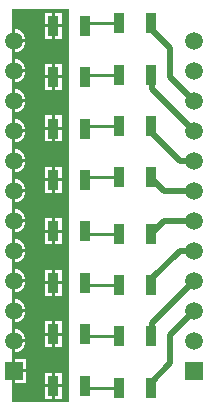
<source format=gtl>
%FSLAX23Y23*%
%MOIN*%
G70*
G01*
G75*
G04 Layer_Physical_Order=1*
G04 Layer_Color=255*
%ADD10R,0.037X0.067*%
%ADD11C,0.010*%
%ADD12C,0.020*%
%ADD13C,0.059*%
%ADD14R,0.059X0.059*%
G36*
X1665Y1505D02*
X1475D01*
Y1565D01*
Y1610D01*
Y1650D01*
Y1666D01*
Y1667D01*
Y1710D01*
Y1753D01*
Y1766D01*
Y1767D01*
Y1810D01*
Y1853D01*
Y1866D01*
Y1867D01*
Y1910D01*
Y1953D01*
Y1966D01*
Y1967D01*
Y2010D01*
Y2053D01*
Y2066D01*
Y2067D01*
Y2110D01*
Y2153D01*
Y2166D01*
Y2167D01*
Y2210D01*
Y2253D01*
Y2266D01*
Y2267D01*
Y2310D01*
Y2353D01*
Y2366D01*
Y2367D01*
Y2410D01*
Y2453D01*
Y2466D01*
Y2467D01*
Y2510D01*
Y2553D01*
Y2566D01*
Y2567D01*
Y2610D01*
Y2653D01*
Y2666D01*
Y2667D01*
Y2710D01*
Y2753D01*
Y2815D01*
X1665D01*
Y1505D01*
D02*
G37*
%LPC*%
G36*
X1607Y1946D02*
X1583D01*
Y1908D01*
X1607D01*
Y1946D01*
D02*
G37*
G36*
X1641D02*
X1617D01*
Y1908D01*
X1641D01*
Y1946D01*
D02*
G37*
G36*
X1485Y1949D02*
Y1915D01*
X1519D01*
X1519Y1920D01*
X1515Y1930D01*
X1508Y1938D01*
X1500Y1945D01*
X1490Y1949D01*
X1485Y1949D01*
D02*
G37*
G36*
X1607Y1898D02*
X1583D01*
Y1859D01*
X1607D01*
Y1898D01*
D02*
G37*
G36*
X1641D02*
X1617D01*
Y1859D01*
X1641D01*
Y1898D01*
D02*
G37*
G36*
X1519Y1905D02*
X1485D01*
Y1871D01*
X1490Y1871D01*
X1500Y1875D01*
X1508Y1882D01*
X1515Y1890D01*
X1519Y1900D01*
X1519Y1905D01*
D02*
G37*
G36*
Y2005D02*
X1485D01*
Y1971D01*
X1490Y1971D01*
X1500Y1975D01*
X1508Y1982D01*
X1515Y1990D01*
X1519Y2000D01*
X1519Y2005D01*
D02*
G37*
G36*
Y2105D02*
X1485D01*
Y2071D01*
X1490Y2071D01*
X1500Y2075D01*
X1508Y2082D01*
X1515Y2090D01*
X1519Y2100D01*
X1519Y2105D01*
D02*
G37*
G36*
X1607Y2118D02*
X1583D01*
Y2079D01*
X1607D01*
Y2118D01*
D02*
G37*
G36*
X1641D02*
X1617D01*
Y2079D01*
X1641D01*
Y2118D01*
D02*
G37*
G36*
X1485Y2049D02*
Y2015D01*
X1519D01*
X1519Y2020D01*
X1515Y2030D01*
X1508Y2038D01*
X1500Y2045D01*
X1490Y2049D01*
X1485Y2049D01*
D02*
G37*
G36*
X1607Y2069D02*
X1583D01*
Y2031D01*
X1607D01*
Y2069D01*
D02*
G37*
G36*
X1641D02*
X1617D01*
Y2031D01*
X1641D01*
Y2069D01*
D02*
G37*
G36*
X1485Y1849D02*
Y1815D01*
X1519D01*
X1519Y1820D01*
X1515Y1830D01*
X1508Y1838D01*
X1500Y1845D01*
X1490Y1849D01*
X1485Y1849D01*
D02*
G37*
G36*
X1641Y1603D02*
X1617D01*
Y1565D01*
X1641D01*
Y1603D01*
D02*
G37*
G36*
X1520Y1605D02*
X1485D01*
Y1570D01*
X1520D01*
Y1605D01*
D02*
G37*
G36*
Y1650D02*
X1485D01*
Y1615D01*
X1520D01*
Y1650D01*
D02*
G37*
G36*
X1607Y1555D02*
X1583D01*
Y1517D01*
X1607D01*
Y1555D01*
D02*
G37*
G36*
X1641D02*
X1617D01*
Y1517D01*
X1641D01*
Y1555D01*
D02*
G37*
G36*
X1607Y1603D02*
X1583D01*
Y1565D01*
X1607D01*
Y1603D01*
D02*
G37*
G36*
X1519Y1705D02*
X1485D01*
Y1671D01*
X1490Y1671D01*
X1500Y1675D01*
X1508Y1682D01*
X1515Y1690D01*
X1519Y1700D01*
X1519Y1705D01*
D02*
G37*
G36*
X1607Y1775D02*
X1583D01*
Y1736D01*
X1607D01*
Y1775D01*
D02*
G37*
G36*
X1641D02*
X1617D01*
Y1736D01*
X1641D01*
Y1775D01*
D02*
G37*
G36*
X1519Y1805D02*
X1485D01*
Y1771D01*
X1490Y1771D01*
X1500Y1775D01*
X1508Y1782D01*
X1515Y1790D01*
X1519Y1800D01*
X1519Y1805D01*
D02*
G37*
G36*
X1607Y1726D02*
X1583D01*
Y1688D01*
X1607D01*
Y1726D01*
D02*
G37*
G36*
X1641D02*
X1617D01*
Y1688D01*
X1641D01*
Y1726D01*
D02*
G37*
G36*
X1485Y1749D02*
Y1715D01*
X1519D01*
X1519Y1720D01*
X1515Y1730D01*
X1508Y1738D01*
X1500Y1745D01*
X1490Y1749D01*
X1485Y1749D01*
D02*
G37*
G36*
Y2149D02*
Y2115D01*
X1519D01*
X1519Y2120D01*
X1515Y2130D01*
X1508Y2138D01*
X1500Y2145D01*
X1490Y2149D01*
X1485Y2149D01*
D02*
G37*
G36*
X1519Y2605D02*
X1485D01*
Y2571D01*
X1490Y2571D01*
X1500Y2575D01*
X1508Y2582D01*
X1515Y2590D01*
X1519Y2600D01*
X1519Y2605D01*
D02*
G37*
G36*
X1607Y2632D02*
X1583D01*
Y2594D01*
X1607D01*
Y2632D01*
D02*
G37*
G36*
X1641D02*
X1617D01*
Y2594D01*
X1641D01*
Y2632D01*
D02*
G37*
G36*
Y2584D02*
X1617D01*
Y2545D01*
X1641D01*
Y2584D01*
D02*
G37*
G36*
X1519Y2505D02*
X1485D01*
Y2471D01*
X1490Y2471D01*
X1500Y2475D01*
X1508Y2482D01*
X1515Y2490D01*
X1519Y2500D01*
X1519Y2505D01*
D02*
G37*
G36*
X1485Y2549D02*
Y2515D01*
X1519D01*
X1519Y2520D01*
X1515Y2530D01*
X1508Y2538D01*
X1500Y2545D01*
X1490Y2549D01*
X1485Y2549D01*
D02*
G37*
G36*
X1607Y2584D02*
X1583D01*
Y2545D01*
X1607D01*
Y2584D01*
D02*
G37*
G36*
X1641Y2755D02*
X1617D01*
Y2717D01*
X1641D01*
Y2755D01*
D02*
G37*
G36*
X1607Y2803D02*
X1583D01*
Y2765D01*
X1607D01*
Y2803D01*
D02*
G37*
G36*
X1641D02*
X1617D01*
Y2765D01*
X1641D01*
Y2803D01*
D02*
G37*
G36*
X1607Y2755D02*
X1583D01*
Y2717D01*
X1607D01*
Y2755D01*
D02*
G37*
G36*
X1485Y2649D02*
Y2615D01*
X1519D01*
X1519Y2620D01*
X1515Y2630D01*
X1508Y2638D01*
X1500Y2645D01*
X1490Y2649D01*
X1485Y2649D01*
D02*
G37*
G36*
X1519Y2705D02*
X1485D01*
Y2671D01*
X1490Y2671D01*
X1500Y2675D01*
X1508Y2682D01*
X1515Y2690D01*
X1519Y2700D01*
X1519Y2705D01*
D02*
G37*
G36*
X1485Y2749D02*
Y2715D01*
X1519D01*
X1519Y2720D01*
X1515Y2730D01*
X1508Y2738D01*
X1500Y2745D01*
X1490Y2749D01*
X1485Y2749D01*
D02*
G37*
G36*
X1607Y2289D02*
X1583D01*
Y2251D01*
X1607D01*
Y2289D01*
D02*
G37*
G36*
X1641D02*
X1617D01*
Y2251D01*
X1641D01*
Y2289D01*
D02*
G37*
G36*
X1519Y2305D02*
X1485D01*
Y2271D01*
X1490Y2271D01*
X1500Y2275D01*
X1508Y2282D01*
X1515Y2290D01*
X1519Y2300D01*
X1519Y2305D01*
D02*
G37*
G36*
X1485Y2249D02*
Y2215D01*
X1519D01*
X1519Y2220D01*
X1515Y2230D01*
X1508Y2238D01*
X1500Y2245D01*
X1490Y2249D01*
X1485Y2249D01*
D02*
G37*
G36*
X1519Y2205D02*
X1485D01*
Y2171D01*
X1490Y2171D01*
X1500Y2175D01*
X1508Y2182D01*
X1515Y2190D01*
X1519Y2200D01*
X1519Y2205D01*
D02*
G37*
G36*
X1607Y2241D02*
X1583D01*
Y2202D01*
X1607D01*
Y2241D01*
D02*
G37*
G36*
X1641D02*
X1617D01*
Y2202D01*
X1641D01*
Y2241D01*
D02*
G37*
G36*
X1485Y2449D02*
Y2415D01*
X1519D01*
X1519Y2420D01*
X1515Y2430D01*
X1508Y2438D01*
X1500Y2445D01*
X1490Y2449D01*
X1485Y2449D01*
D02*
G37*
G36*
X1607Y2461D02*
X1583D01*
Y2422D01*
X1607D01*
Y2461D01*
D02*
G37*
G36*
X1641D02*
X1617D01*
Y2422D01*
X1641D01*
Y2461D01*
D02*
G37*
G36*
Y2412D02*
X1617D01*
Y2374D01*
X1641D01*
Y2412D01*
D02*
G37*
G36*
X1485Y2349D02*
Y2315D01*
X1519D01*
X1519Y2320D01*
X1515Y2330D01*
X1508Y2338D01*
X1500Y2345D01*
X1490Y2349D01*
X1485Y2349D01*
D02*
G37*
G36*
X1519Y2405D02*
X1485D01*
Y2371D01*
X1490Y2371D01*
X1500Y2375D01*
X1508Y2382D01*
X1515Y2390D01*
X1519Y2400D01*
X1519Y2405D01*
D02*
G37*
G36*
X1607Y2412D02*
X1583D01*
Y2374D01*
X1607D01*
Y2412D01*
D02*
G37*
%LPD*%
D10*
X1832Y2768D02*
D03*
X1938D02*
D03*
X1718Y1560D02*
D03*
X1612D02*
D03*
X1718Y1731D02*
D03*
X1612D02*
D03*
X1718Y1903D02*
D03*
X1612D02*
D03*
X1718Y2074D02*
D03*
X1612D02*
D03*
X1718Y2246D02*
D03*
X1612D02*
D03*
X1718Y2417D02*
D03*
X1612D02*
D03*
X1718Y2589D02*
D03*
X1612D02*
D03*
X1718Y2760D02*
D03*
X1612D02*
D03*
X1832Y1552D02*
D03*
X1938D02*
D03*
X1832Y1724D02*
D03*
X1938D02*
D03*
X1832Y1895D02*
D03*
X1938D02*
D03*
X1832Y2066D02*
D03*
X1938D02*
D03*
X1832Y2254D02*
D03*
X1938D02*
D03*
X1832Y2425D02*
D03*
X1938D02*
D03*
X1832Y2596D02*
D03*
X1938D02*
D03*
D11*
X1718Y2066D02*
Y2074D01*
Y1894D02*
Y1903D01*
Y1552D02*
Y1560D01*
Y1552D02*
X1718Y1552D01*
X1727Y1724D02*
X1832D01*
X1718Y1732D02*
X1727Y1724D01*
X1718Y1903D02*
X1726Y1895D01*
X1718Y2066D02*
X1719Y2066D01*
X1726Y1895D02*
X1832D01*
X1833Y1894D01*
X1718Y1552D02*
X1832D01*
X1832Y1552D01*
X1719Y2066D02*
X1832D01*
X1832Y2066D01*
X1832Y2254D02*
X1832Y2254D01*
X1719Y2254D02*
X1832D01*
X1832Y2768D02*
X1832Y2768D01*
X1718Y2768D02*
X1832D01*
X1832Y2425D02*
X1833Y2426D01*
X1726Y2425D02*
X1832D01*
X1718Y2254D02*
X1719Y2254D01*
X1718Y2417D02*
X1726Y2425D01*
X1718Y2588D02*
X1727Y2596D01*
X1832D01*
X1718Y2768D02*
X1718Y2768D01*
X1718Y2760D02*
Y2768D01*
Y2417D02*
Y2426D01*
Y2246D02*
Y2254D01*
D12*
X2033Y2010D02*
X2080D01*
X1939Y1916D02*
X2033Y2010D01*
X1940Y1770D02*
X2080Y1910D01*
X1940Y1724D02*
Y1770D01*
X2000Y1730D02*
X2080Y1810D01*
X2000Y1634D02*
Y1730D01*
X1936Y1569D02*
X2000Y1634D01*
X1947Y2077D02*
X1980Y2110D01*
X2080D01*
X1980Y2210D02*
X2080D01*
X1947Y2243D02*
X1980Y2210D01*
X1938Y2748D02*
X2000Y2686D01*
Y2590D02*
Y2686D01*
Y2590D02*
X2080Y2510D01*
X1940Y2550D02*
Y2596D01*
Y2550D02*
X2080Y2410D01*
X1939Y2404D02*
X2033Y2310D01*
X2080D01*
D13*
Y2710D02*
D03*
Y2610D02*
D03*
Y2510D02*
D03*
Y2410D02*
D03*
Y2310D02*
D03*
Y2210D02*
D03*
Y2110D02*
D03*
Y2010D02*
D03*
Y1910D02*
D03*
Y1810D02*
D03*
Y1710D02*
D03*
X1480Y2710D02*
D03*
Y2610D02*
D03*
Y2510D02*
D03*
Y2410D02*
D03*
Y2310D02*
D03*
Y2210D02*
D03*
Y2110D02*
D03*
Y2010D02*
D03*
Y1910D02*
D03*
Y1810D02*
D03*
Y1710D02*
D03*
D14*
X2080Y1610D02*
D03*
X1480D02*
D03*
M02*

</source>
